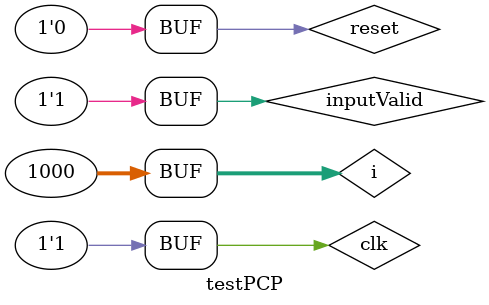
<source format=v>
`timescale 1ns / 1ps

module testPCP #(
    parameter ADDR_WIDTH            = 12,
    parameter C_AXIS_TDATA_WIDTH    = 64,
    parameter OUTPUT_DATA_WIDTH     = 4
);
    localparam kMaxLoop = 1000;
    localparam FREQ = 1, MAG = 0;
    
    integer i;
    reg clk;
    reg inputValid;
    reg inData;
    reg [C_AXIS_TDATA_WIDTH+2-1:0] inputStream;
    reg [C_AXIS_TDATA_WIDTH-1:0] magnitudeInput;
    reg [C_AXIS_TDATA_WIDTH-1:0] frequencyInput;
    reg reset;
    wire [C_AXIS_TDATA_WIDTH+2-1:0] outputValue;
    wire outputValid;

    PCP uut (
        .clk            (clk),
        .inputValue     (inputStream),
        .inputValid     (inputValid),
        .reset          (reset),
        .outputValue    (outputValue),
        .outputValid    (outputValid)
    );
    
    initial begin
        clk = 1;
        inputValid = 1'b0;
        inData = FREQ; // First is frequency
        inputStream = {C_AXIS_TDATA_WIDTH{1'b0}};
        magnitudeInput = {C_AXIS_TDATA_WIDTH{1'b0}};
        frequencyInput = {C_AXIS_TDATA_WIDTH{1'b0}};
        reset = 1'b1;
        
        for (i = 0; i < 20; i = i + 1) begin 
            #5
            clk = ~clk;
        end 
        
        inputValid = 1'b1;
        reset = 1'b0;
        for (i = 0; i < kMaxLoop; i = i + 1) begin 
            #5
            clk = ~clk;
        end 
    end 
    
    always @(posedge clk) begin 
        if (inputValid) begin 
            if (inData == FREQ) begin 
                inputStream <= {1'b0, frequencyInput};
                frequencyInput <= frequencyInput + 1;
                inData <= MAG;
            end else begin 
                inputStream <= {1'b0, magnitudeInput};
                magnitudeInput <= magnitudeInput + 1;
                inData <= FREQ;
            end 
        end
    end 

endmodule

</source>
